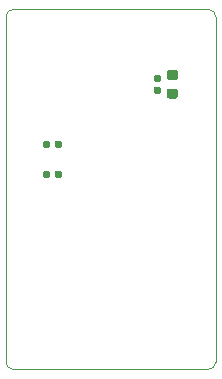
<source format=gbr>
%TF.GenerationSoftware,KiCad,Pcbnew,5.1.6+dfsg1-1~bpo10+1*%
%TF.CreationDate,2020-07-11T10:35:13+00:00*%
%TF.ProjectId,ProMicro_TEST,50726f4d-6963-4726-9f5f-544553542e6b,v1.0*%
%TF.SameCoordinates,Original*%
%TF.FileFunction,Paste,Top*%
%TF.FilePolarity,Positive*%
%FSLAX45Y45*%
G04 Gerber Fmt 4.5, Leading zero omitted, Abs format (unit mm)*
G04 Created by KiCad (PCBNEW 5.1.6+dfsg1-1~bpo10+1) date 2020-07-11 10:35:13*
%MOMM*%
%LPD*%
G01*
G04 APERTURE LIST*
%TA.AperFunction,Profile*%
%ADD10C,0.100000*%
%TD*%
G04 APERTURE END LIST*
D10*
X127000Y2857500D02*
X127000Y-63500D01*
X-1651000Y-63500D02*
X-1651000Y2857500D01*
X-1587500Y-127000D02*
G75*
G02*
X-1651000Y-63500I0J63500D01*
G01*
X127000Y-63500D02*
G75*
G02*
X63500Y-127000I-63500J0D01*
G01*
X63500Y2921000D02*
G75*
G02*
X127000Y2857500I0J-63500D01*
G01*
X-1651000Y2857500D02*
G75*
G02*
X-1587500Y2921000I63500J0D01*
G01*
X63500Y-127000D02*
X-1587500Y-127000D01*
X-1587500Y2921000D02*
X63500Y2921000D01*
G36*
G01*
X-1238300Y1760750D02*
X-1238300Y1795250D01*
G75*
G02*
X-1223550Y1810000I14750J0D01*
G01*
X-1194050Y1810000D01*
G75*
G02*
X-1179300Y1795250I0J-14750D01*
G01*
X-1179300Y1760750D01*
G75*
G02*
X-1194050Y1746000I-14750J0D01*
G01*
X-1223550Y1746000D01*
G75*
G02*
X-1238300Y1760750I0J14750D01*
G01*
G37*
G36*
G01*
X-1335300Y1760750D02*
X-1335300Y1795250D01*
G75*
G02*
X-1320550Y1810000I14750J0D01*
G01*
X-1291050Y1810000D01*
G75*
G02*
X-1276300Y1795250I0J-14750D01*
G01*
X-1276300Y1760750D01*
G75*
G02*
X-1291050Y1746000I-14750J0D01*
G01*
X-1320550Y1746000D01*
G75*
G02*
X-1335300Y1760750I0J14750D01*
G01*
G37*
G36*
G01*
X-1238300Y1506750D02*
X-1238300Y1541250D01*
G75*
G02*
X-1223550Y1556000I14750J0D01*
G01*
X-1194050Y1556000D01*
G75*
G02*
X-1179300Y1541250I0J-14750D01*
G01*
X-1179300Y1506750D01*
G75*
G02*
X-1194050Y1492000I-14750J0D01*
G01*
X-1223550Y1492000D01*
G75*
G02*
X-1238300Y1506750I0J14750D01*
G01*
G37*
G36*
G01*
X-1335300Y1506750D02*
X-1335300Y1541250D01*
G75*
G02*
X-1320550Y1556000I14750J0D01*
G01*
X-1291050Y1556000D01*
G75*
G02*
X-1276300Y1541250I0J-14750D01*
G01*
X-1276300Y1506750D01*
G75*
G02*
X-1291050Y1492000I-14750J0D01*
G01*
X-1320550Y1492000D01*
G75*
G02*
X-1335300Y1506750I0J14750D01*
G01*
G37*
G36*
G01*
X-215675Y2321000D02*
X-266925Y2321000D01*
G75*
G02*
X-288800Y2342875I0J21875D01*
G01*
X-288800Y2386625D01*
G75*
G02*
X-266925Y2408500I21875J0D01*
G01*
X-215675Y2408500D01*
G75*
G02*
X-193800Y2386625I0J-21875D01*
G01*
X-193800Y2342875D01*
G75*
G02*
X-215675Y2321000I-21875J0D01*
G01*
G37*
G36*
G01*
X-215675Y2163500D02*
X-266925Y2163500D01*
G75*
G02*
X-288800Y2185375I0J21875D01*
G01*
X-288800Y2229125D01*
G75*
G02*
X-266925Y2251000I21875J0D01*
G01*
X-215675Y2251000D01*
G75*
G02*
X-193800Y2229125I0J-21875D01*
G01*
X-193800Y2185375D01*
G75*
G02*
X-215675Y2163500I-21875J0D01*
G01*
G37*
G36*
G01*
X-351050Y2305000D02*
X-385550Y2305000D01*
G75*
G02*
X-400300Y2319750I0J14750D01*
G01*
X-400300Y2349250D01*
G75*
G02*
X-385550Y2364000I14750J0D01*
G01*
X-351050Y2364000D01*
G75*
G02*
X-336300Y2349250I0J-14750D01*
G01*
X-336300Y2319750D01*
G75*
G02*
X-351050Y2305000I-14750J0D01*
G01*
G37*
G36*
G01*
X-351050Y2208000D02*
X-385550Y2208000D01*
G75*
G02*
X-400300Y2222750I0J14750D01*
G01*
X-400300Y2252250D01*
G75*
G02*
X-385550Y2267000I14750J0D01*
G01*
X-351050Y2267000D01*
G75*
G02*
X-336300Y2252250I0J-14750D01*
G01*
X-336300Y2222750D01*
G75*
G02*
X-351050Y2208000I-14750J0D01*
G01*
G37*
M02*

</source>
